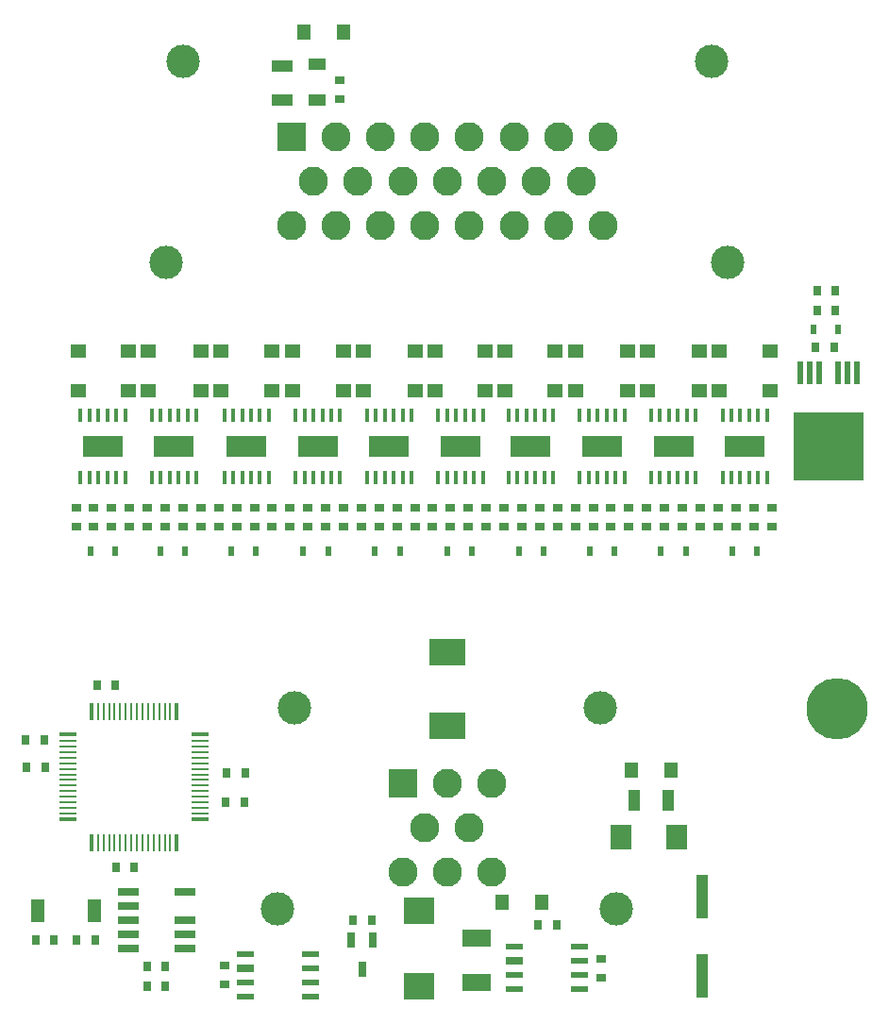
<source format=gts>
G04 #@! TF.GenerationSoftware,KiCad,Pcbnew,(5.0.0-rc2-dev-130-g0bdae22af-dirty)*
G04 #@! TF.CreationDate,2018-12-21T20:06:27+02:00*
G04 #@! TF.ProjectId,hcu,6863752E6B696361645F706362000000,rev?*
G04 #@! TF.SameCoordinates,Original*
G04 #@! TF.FileFunction,Soldermask,Top*
G04 #@! TF.FilePolarity,Negative*
%FSLAX46Y46*%
G04 Gerber Fmt 4.6, Leading zero omitted, Abs format (unit mm)*
G04 Created by KiCad (PCBNEW (5.0.0-rc2-dev-130-g0bdae22af-dirty)) date Fri Dec 21 20:06:27 2018*
%MOMM*%
%LPD*%
G01*
G04 APERTURE LIST*
%ADD10R,0.700000X1.350000*%
%ADD11R,0.939800X0.762000*%
%ADD12R,0.762000X0.939800*%
%ADD13R,0.998220X3.997960*%
%ADD14R,2.700000X2.400000*%
%ADD15R,1.399540X1.297940*%
%ADD16R,1.297940X1.399540*%
%ADD17R,1.900000X2.179320*%
%ADD18R,3.300000X2.400000*%
%ADD19R,0.998220X1.899920*%
%ADD20R,1.905000X0.635000*%
%ADD21R,2.600000X1.600000*%
%ADD22R,1.524000X0.600000*%
%ADD23R,1.524000X0.635000*%
%ADD24R,0.398780X1.498600*%
%ADD25R,0.279400X1.498600*%
%ADD26R,1.498600X0.398780*%
%ADD27R,1.498600X0.279400*%
%ADD28R,3.600000X1.900000*%
%ADD29R,0.400000X1.200000*%
%ADD30R,1.300000X2.000000*%
%ADD31R,2.623820X2.623820*%
%ADD32C,2.623820*%
%ADD33C,2.999740*%
%ADD34R,1.899920X0.998220*%
%ADD35R,1.600000X1.000000*%
%ADD36R,6.300000X6.100000*%
%ADD37R,0.600000X2.000000*%
%ADD38R,0.630000X0.830000*%
%ADD39C,5.500000*%
G04 APERTURE END LIST*
D10*
X161354139Y-133046000D03*
X159354139Y-133046000D03*
X160354139Y-135646000D03*
D11*
X148000000Y-137038200D03*
X148000000Y-135361800D03*
D12*
X131838200Y-115100000D03*
X130161800Y-115100000D03*
X139938200Y-126500000D03*
X138261800Y-126500000D03*
X148200000Y-118100000D03*
X149876400Y-118100000D03*
X149776400Y-120700000D03*
X148100000Y-120700000D03*
X131938200Y-117600000D03*
X130261800Y-117600000D03*
X136561800Y-110200000D03*
X138238200Y-110200000D03*
X132738200Y-133100000D03*
X131061800Y-133100000D03*
X134761800Y-133100000D03*
X136438200Y-133100000D03*
D11*
X139500000Y-94261800D03*
X139500000Y-95938200D03*
X145900000Y-94261800D03*
X145900000Y-95938200D03*
X152300000Y-95938200D03*
X152300000Y-94261800D03*
X158700000Y-94261800D03*
X158700000Y-95938200D03*
X165100000Y-95938200D03*
X165100000Y-94261800D03*
X171500000Y-94261800D03*
X171500000Y-95938200D03*
X177900000Y-95938200D03*
X177900000Y-94261800D03*
X184300000Y-94261800D03*
X184300000Y-95938200D03*
X190700000Y-94261800D03*
X190700000Y-95938200D03*
X197100000Y-95938200D03*
X197100000Y-94261800D03*
X181800000Y-134761800D03*
X181800000Y-136438200D03*
D13*
X190900000Y-129151620D03*
X190900000Y-136248380D03*
D12*
X176161800Y-131700000D03*
X177838200Y-131700000D03*
D14*
X165500000Y-137200000D03*
X165500000Y-130400000D03*
D12*
X159561800Y-131300000D03*
X161238200Y-131300000D03*
D15*
X139400000Y-83765300D03*
X139400000Y-80234700D03*
X134900000Y-80234700D03*
X134900000Y-83765300D03*
X145900000Y-83765300D03*
X145900000Y-80234700D03*
X141200000Y-80234700D03*
X141200000Y-83765300D03*
X152300000Y-83765300D03*
X152300000Y-80234700D03*
X147700000Y-80234700D03*
X147700000Y-83765300D03*
X158700000Y-83765300D03*
X158700000Y-80234700D03*
X154100000Y-80234700D03*
X154100000Y-83765300D03*
X165100000Y-80234700D03*
X165100000Y-83765300D03*
X160500000Y-80234700D03*
X160500000Y-83765300D03*
X171400000Y-83765300D03*
X171400000Y-80234700D03*
X166900000Y-80234700D03*
X166900000Y-83765300D03*
X177700000Y-83765300D03*
X177700000Y-80234700D03*
X173200000Y-80234700D03*
X173200000Y-83765300D03*
X184200000Y-80234700D03*
X184200000Y-83765300D03*
X179500000Y-80234700D03*
X179500000Y-83765300D03*
X190600000Y-83765300D03*
X190600000Y-80234700D03*
X186000000Y-80234700D03*
X186000000Y-83765300D03*
X197000000Y-83765300D03*
X197000000Y-80234700D03*
X192400000Y-83765300D03*
X192400000Y-80234700D03*
D16*
X188065300Y-117800000D03*
X184534700Y-117800000D03*
D17*
X188600000Y-123800000D03*
X183600000Y-123800000D03*
D18*
X168000000Y-113800000D03*
X168000000Y-107200000D03*
D16*
X172934700Y-129700000D03*
X176465300Y-129700000D03*
D19*
X184801400Y-120500000D03*
X187798600Y-120500000D03*
D20*
X144484857Y-133788334D03*
X139404857Y-133788334D03*
X144484857Y-132518334D03*
X139404857Y-132518334D03*
X144484857Y-131248334D03*
X139404857Y-131248334D03*
X139404857Y-129978334D03*
X144484857Y-128708334D03*
X139404857Y-128708334D03*
D21*
X170600000Y-132900000D03*
X170600000Y-136900000D03*
D12*
X142738200Y-135400000D03*
X141061800Y-135400000D03*
X142738200Y-137200000D03*
X141061800Y-137200000D03*
D11*
X136300000Y-94261800D03*
X136300000Y-95938200D03*
X134700000Y-95938200D03*
X134700000Y-94261800D03*
X144300000Y-94261800D03*
X144300000Y-95938200D03*
X142700000Y-95938200D03*
X142700000Y-94261800D03*
X141100000Y-94261800D03*
X141100000Y-95938200D03*
X150700000Y-95938200D03*
X150700000Y-94261800D03*
X149100000Y-94261800D03*
X149100000Y-95938200D03*
X147500000Y-95938200D03*
X147500000Y-94261800D03*
X157100000Y-94261800D03*
X157100000Y-95938200D03*
X155500000Y-94261800D03*
X155500000Y-95938200D03*
X153900000Y-94261800D03*
X153900000Y-95938200D03*
X163500000Y-94261800D03*
X163500000Y-95938200D03*
X161900000Y-94261800D03*
X161900000Y-95938200D03*
X160300000Y-94261800D03*
X160300000Y-95938200D03*
X169900000Y-94261800D03*
X169900000Y-95938200D03*
X168300000Y-94261800D03*
X168300000Y-95938200D03*
X166700000Y-94261800D03*
X166700000Y-95938200D03*
X176300000Y-95938200D03*
X176300000Y-94261800D03*
X174700000Y-95938200D03*
X174700000Y-94261800D03*
X173100000Y-94261800D03*
X173100000Y-95938200D03*
X182700000Y-94261800D03*
X182700000Y-95938200D03*
X181100000Y-95938200D03*
X181100000Y-94261800D03*
X179500000Y-94261800D03*
X179500000Y-95938200D03*
X189100000Y-94261800D03*
X189100000Y-95938200D03*
X187500000Y-95938200D03*
X187500000Y-94261800D03*
X185900000Y-95938200D03*
X185900000Y-94261800D03*
X195500000Y-94261800D03*
X195500000Y-95938200D03*
X193900000Y-95938200D03*
X193900000Y-94261800D03*
X192300000Y-94261800D03*
X192300000Y-95938200D03*
D22*
X149880957Y-134298266D03*
D23*
X149880957Y-135603266D03*
D22*
X149880957Y-136838266D03*
X149880957Y-138108266D03*
X155722957Y-138108266D03*
X155722957Y-136838266D03*
X155722957Y-135568266D03*
X155722957Y-134298266D03*
D24*
X143723820Y-112555940D03*
D25*
X143162480Y-112555940D03*
X142662100Y-112555940D03*
X142161720Y-112555940D03*
X141661340Y-112555940D03*
X141163500Y-112555940D03*
X140663120Y-112555940D03*
X140162740Y-112555940D03*
X139664900Y-112555940D03*
X139164520Y-112555940D03*
X138664140Y-112555940D03*
X138166300Y-112555940D03*
X137665920Y-112555940D03*
X137165540Y-112555940D03*
X136665160Y-112555940D03*
D24*
X136103820Y-112555940D03*
D26*
X134015940Y-114643820D03*
D27*
X134015940Y-115205160D03*
X134015940Y-115705540D03*
X134015940Y-116205920D03*
X134015940Y-116706300D03*
X134015940Y-117204140D03*
X134015940Y-117704520D03*
X134015940Y-118204900D03*
X134015940Y-118702740D03*
X134015940Y-119203120D03*
X134015940Y-119703500D03*
X134015940Y-120201340D03*
X134015940Y-120701720D03*
X134015940Y-121202100D03*
X134015940Y-121702480D03*
D26*
X134015940Y-122263820D03*
D24*
X136103820Y-124351700D03*
D25*
X136665160Y-124351700D03*
X137165540Y-124351700D03*
X137665920Y-124351700D03*
X138166300Y-124351700D03*
X138664140Y-124351700D03*
X139164520Y-124351700D03*
X139664900Y-124351700D03*
X140162740Y-124351700D03*
X140663120Y-124351700D03*
X141163500Y-124351700D03*
X141661340Y-124351700D03*
X142161720Y-124351700D03*
X142662100Y-124351700D03*
X143162480Y-124351700D03*
D24*
X143723820Y-124351700D03*
D26*
X145811700Y-122263820D03*
D27*
X145811700Y-121702480D03*
X145811700Y-121202100D03*
X145811700Y-120701720D03*
X145811700Y-120201340D03*
X145811700Y-119703500D03*
X145811700Y-119203120D03*
X145811700Y-118702740D03*
X145811700Y-118204900D03*
X145811700Y-117704520D03*
X145811700Y-117204140D03*
X145811700Y-116706300D03*
X145811700Y-116205920D03*
X145811700Y-115705540D03*
X145811700Y-115205160D03*
D26*
X145811700Y-114643820D03*
D28*
X137100000Y-88800000D03*
D29*
X135100000Y-86000000D03*
X135900000Y-86000000D03*
X136700000Y-86000000D03*
X137500000Y-86000000D03*
X138300000Y-86000000D03*
X139100000Y-86000000D03*
X139100000Y-91600000D03*
X138300000Y-91600000D03*
X137500000Y-91600000D03*
X136700000Y-91600000D03*
X135900000Y-91600000D03*
X135100000Y-91600000D03*
D28*
X143500000Y-88800000D03*
D29*
X141500000Y-86000000D03*
X142300000Y-86000000D03*
X143100000Y-86000000D03*
X143900000Y-86000000D03*
X144700000Y-86000000D03*
X145500000Y-86000000D03*
X145500000Y-91600000D03*
X144700000Y-91600000D03*
X143900000Y-91600000D03*
X143100000Y-91600000D03*
X142300000Y-91600000D03*
X141500000Y-91600000D03*
X148000000Y-91600000D03*
X148800000Y-91600000D03*
X149600000Y-91600000D03*
X150400000Y-91600000D03*
X151200000Y-91600000D03*
X152000000Y-91600000D03*
X152000000Y-86000000D03*
X151200000Y-86000000D03*
X150400000Y-86000000D03*
X149600000Y-86000000D03*
X148800000Y-86000000D03*
X148000000Y-86000000D03*
D28*
X150000000Y-88800000D03*
D29*
X154400000Y-91600000D03*
X155200000Y-91600000D03*
X156000000Y-91600000D03*
X156800000Y-91600000D03*
X157600000Y-91600000D03*
X158400000Y-91600000D03*
X158400000Y-86000000D03*
X157600000Y-86000000D03*
X156800000Y-86000000D03*
X156000000Y-86000000D03*
X155200000Y-86000000D03*
X154400000Y-86000000D03*
D28*
X156400000Y-88800000D03*
D29*
X160800000Y-91600000D03*
X161600000Y-91600000D03*
X162400000Y-91600000D03*
X163200000Y-91600000D03*
X164000000Y-91600000D03*
X164800000Y-91600000D03*
X164800000Y-86000000D03*
X164000000Y-86000000D03*
X163200000Y-86000000D03*
X162400000Y-86000000D03*
X161600000Y-86000000D03*
X160800000Y-86000000D03*
D28*
X162800000Y-88800000D03*
D29*
X167200000Y-91600000D03*
X168000000Y-91600000D03*
X168800000Y-91600000D03*
X169600000Y-91600000D03*
X170400000Y-91600000D03*
X171200000Y-91600000D03*
X171200000Y-86000000D03*
X170400000Y-86000000D03*
X169600000Y-86000000D03*
X168800000Y-86000000D03*
X168000000Y-86000000D03*
X167200000Y-86000000D03*
D28*
X169200000Y-88800000D03*
X175500000Y-88800000D03*
D29*
X173500000Y-86000000D03*
X174300000Y-86000000D03*
X175100000Y-86000000D03*
X175900000Y-86000000D03*
X176700000Y-86000000D03*
X177500000Y-86000000D03*
X177500000Y-91600000D03*
X176700000Y-91600000D03*
X175900000Y-91600000D03*
X175100000Y-91600000D03*
X174300000Y-91600000D03*
X173500000Y-91600000D03*
D28*
X181900000Y-88800000D03*
D29*
X179900000Y-86000000D03*
X180700000Y-86000000D03*
X181500000Y-86000000D03*
X182300000Y-86000000D03*
X183100000Y-86000000D03*
X183900000Y-86000000D03*
X183900000Y-91600000D03*
X183100000Y-91600000D03*
X182300000Y-91600000D03*
X181500000Y-91600000D03*
X180700000Y-91600000D03*
X179900000Y-91600000D03*
X186300000Y-91600000D03*
X187100000Y-91600000D03*
X187900000Y-91600000D03*
X188700000Y-91600000D03*
X189500000Y-91600000D03*
X190300000Y-91600000D03*
X190300000Y-86000000D03*
X189500000Y-86000000D03*
X188700000Y-86000000D03*
X187900000Y-86000000D03*
X187100000Y-86000000D03*
X186300000Y-86000000D03*
D28*
X188300000Y-88800000D03*
X194700000Y-88800000D03*
D29*
X192700000Y-86000000D03*
X193500000Y-86000000D03*
X194300000Y-86000000D03*
X195100000Y-86000000D03*
X195900000Y-86000000D03*
X196700000Y-86000000D03*
X196700000Y-91600000D03*
X195900000Y-91600000D03*
X195100000Y-91600000D03*
X194300000Y-91600000D03*
X193500000Y-91600000D03*
X192700000Y-91600000D03*
D22*
X179899509Y-133638266D03*
X179899509Y-134908266D03*
X179899509Y-136178266D03*
X179899509Y-137448266D03*
X174057509Y-137448266D03*
X174057509Y-136178266D03*
D23*
X174057509Y-134943266D03*
D22*
X174057509Y-133638266D03*
D30*
X131260000Y-130400000D03*
X136340000Y-130400000D03*
D31*
X164002040Y-119002040D03*
D32*
X168000000Y-119002040D03*
X171997960Y-119002040D03*
X166001020Y-123000000D03*
X169998980Y-123000000D03*
X164002040Y-126997960D03*
X168000000Y-126997960D03*
X171997960Y-126997960D03*
D33*
X154301780Y-112202460D03*
X181698220Y-112202460D03*
X183199360Y-130299960D03*
X152800640Y-130299960D03*
D16*
X158665300Y-51600000D03*
X155134700Y-51600000D03*
D34*
X153200000Y-54701400D03*
X153200000Y-57698600D03*
D35*
X156300000Y-54500000D03*
X156300000Y-57700000D03*
D11*
X158400000Y-55961800D03*
X158400000Y-57638200D03*
D31*
X154002060Y-61002040D03*
D32*
X158000020Y-61002040D03*
X162000520Y-61002040D03*
X166001020Y-61002040D03*
X169998980Y-61002040D03*
X173999480Y-61002040D03*
X177999980Y-61002040D03*
X181997940Y-61002040D03*
X156001040Y-65000000D03*
X160001540Y-65000000D03*
X164002040Y-65000000D03*
X168000000Y-65000000D03*
X171997960Y-65000000D03*
X175998460Y-65000000D03*
X179998960Y-65000000D03*
X154002060Y-68997960D03*
X158000020Y-68997960D03*
X162000520Y-68997960D03*
X166001020Y-68997960D03*
X169998980Y-68997960D03*
X173999480Y-68997960D03*
X177999980Y-68997960D03*
X181997940Y-68997960D03*
D33*
X144301800Y-54202460D03*
X191698200Y-54202460D03*
X142800660Y-72299960D03*
X193199340Y-72299960D03*
D12*
X202838200Y-76550000D03*
X201161800Y-76550000D03*
X201061800Y-79900000D03*
X202738200Y-79900000D03*
D36*
X202200000Y-88770000D03*
D37*
X199650000Y-82200000D03*
X200500000Y-82200000D03*
X201350000Y-82200000D03*
X203050000Y-82200000D03*
X203900000Y-82200000D03*
X204750000Y-82200000D03*
D11*
X137900000Y-94261800D03*
X137900000Y-95938200D03*
D38*
X138215000Y-98200000D03*
X135985000Y-98200000D03*
X142235000Y-98200000D03*
X144465000Y-98200000D03*
X148635000Y-98200000D03*
X150865000Y-98200000D03*
X157315000Y-98200000D03*
X155085000Y-98200000D03*
X161535000Y-98200000D03*
X163765000Y-98200000D03*
X170250000Y-98200000D03*
X168020000Y-98200000D03*
X176665000Y-98200000D03*
X174435000Y-98200000D03*
X183015000Y-98200000D03*
X180785000Y-98200000D03*
X187185000Y-98150000D03*
X189415000Y-98150000D03*
X193585000Y-98200000D03*
X195815000Y-98200000D03*
X200835000Y-78250000D03*
X203065000Y-78250000D03*
D12*
X201161800Y-74850000D03*
X202838200Y-74850000D03*
D39*
X203000000Y-112300000D03*
M02*

</source>
